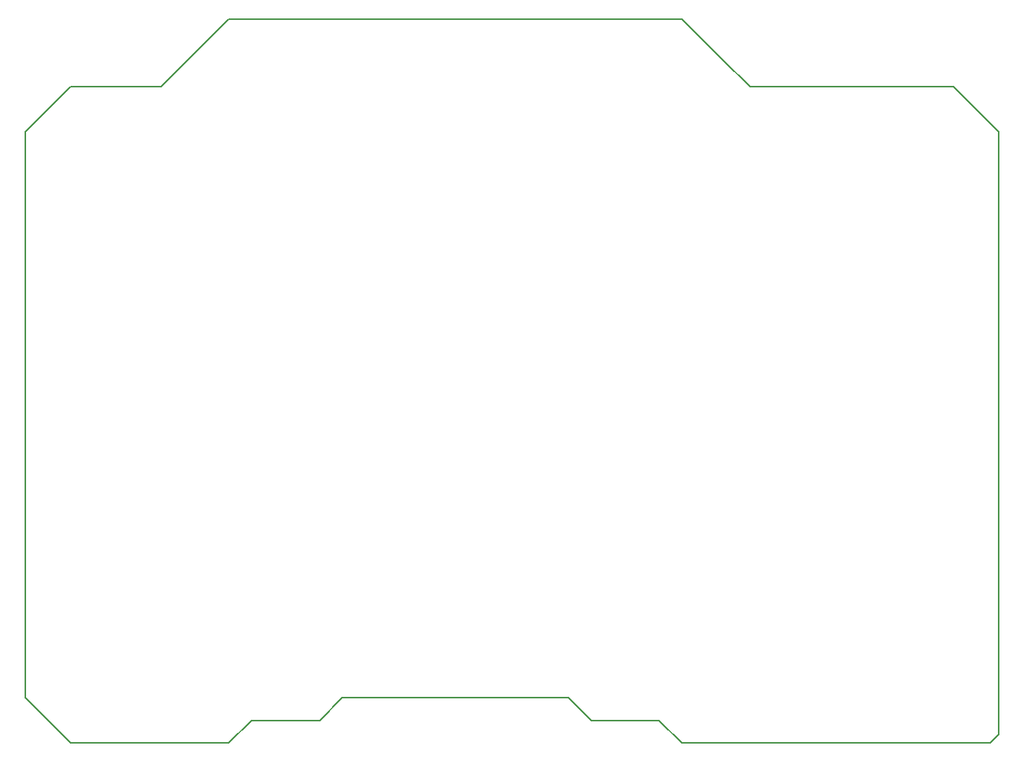
<source format=gbr>
G04 #@! TF.GenerationSoftware,KiCad,Pcbnew,(5.0.0-3-g5ebb6b6)*
G04 #@! TF.CreationDate,2019-10-28T13:28:08-04:00*
G04 #@! TF.ProjectId,Selection Interface,53656C656374696F6E20496E74657266,rev?*
G04 #@! TF.SameCoordinates,Original*
G04 #@! TF.FileFunction,Profile,NP*
%FSLAX46Y46*%
G04 Gerber Fmt 4.6, Leading zero omitted, Abs format (unit mm)*
G04 Created by KiCad (PCBNEW (5.0.0-3-g5ebb6b6)) date Monday, October 28, 2019 at 01:28:08 PM*
%MOMM*%
%LPD*%
G01*
G04 APERTURE LIST*
%ADD10C,0.150000*%
G04 APERTURE END LIST*
D10*
X152500000Y-133500000D02*
X152500000Y-145000000D01*
X152500000Y-145000000D02*
X157500000Y-150000000D01*
X152500000Y-82500000D02*
X152500000Y-88500000D01*
X157500000Y-77500000D02*
X163500000Y-77500000D01*
X152500000Y-82500000D02*
X157500000Y-77500000D01*
X232500000Y-77500000D02*
X255000000Y-77500000D01*
X260000000Y-82500000D02*
X260000000Y-87000000D01*
X255000000Y-77500000D02*
X260000000Y-82500000D01*
X225000000Y-150000000D02*
X259000000Y-150000000D01*
X175000000Y-150000000D02*
X157500000Y-150000000D01*
X177500000Y-147500000D02*
X175000000Y-150000000D01*
X180000000Y-147500000D02*
X177500000Y-147500000D01*
X222500000Y-147500000D02*
X225000000Y-150000000D01*
X220000000Y-147500000D02*
X222500000Y-147500000D01*
X170000000Y-75000000D02*
X167500000Y-77500000D01*
X167500000Y-77500000D02*
X163500000Y-77500000D01*
X152500000Y-100500000D02*
X152500000Y-88500000D01*
X180000000Y-147500000D02*
X185000000Y-147500000D01*
X215000000Y-147500000D02*
X220000000Y-147500000D01*
X212500000Y-145000000D02*
X215000000Y-147500000D01*
X200000000Y-145000000D02*
X212500000Y-145000000D01*
X187500000Y-145000000D02*
X185000000Y-147500000D01*
X200000000Y-145000000D02*
X187500000Y-145000000D01*
X152500000Y-100500000D02*
X152500000Y-133500000D01*
X259000000Y-150000000D02*
X260000000Y-149000000D01*
X260000000Y-143000000D02*
X260000000Y-149000000D01*
X232500000Y-77500000D02*
X232000000Y-77000000D01*
X260000000Y-104000000D02*
X260000000Y-87000000D01*
X230000000Y-75000000D02*
X232000000Y-77000000D01*
X260000000Y-104000000D02*
X260000000Y-143000000D01*
X225000000Y-70000000D02*
X230000000Y-75000000D01*
X175000000Y-70000000D02*
X225000000Y-70000000D01*
X170000000Y-75000000D02*
X175000000Y-70000000D01*
M02*

</source>
